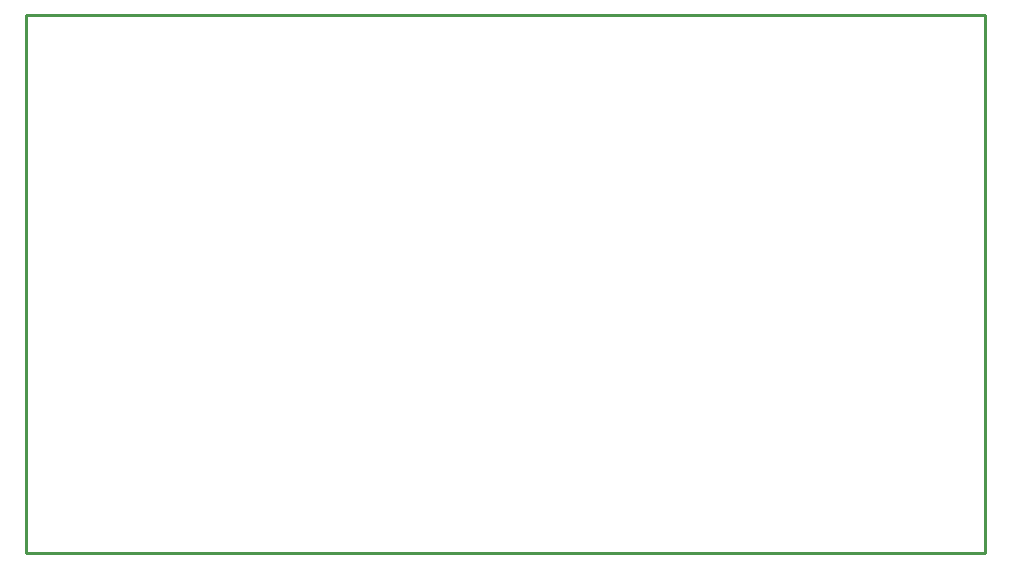
<source format=gbr>
G04*
G04 #@! TF.GenerationSoftware,Altium Limited,Altium Designer,23.6.0 (18)*
G04*
G04 Layer_Color=8388736*
%FSLAX44Y44*%
%MOMM*%
G71*
G04*
G04 #@! TF.SameCoordinates,198A47D2-A43C-4DB8-9AD5-68398A9EFA91*
G04*
G04*
G04 #@! TF.FilePolarity,Positive*
G04*
G01*
G75*
%ADD28C,0.2540*%
D28*
X487680Y600000D02*
X1300000D01*
X487680Y1055370D02*
X1300000D01*
Y600000D02*
Y1055370D01*
X487680Y600000D02*
Y1055370D01*
M02*

</source>
